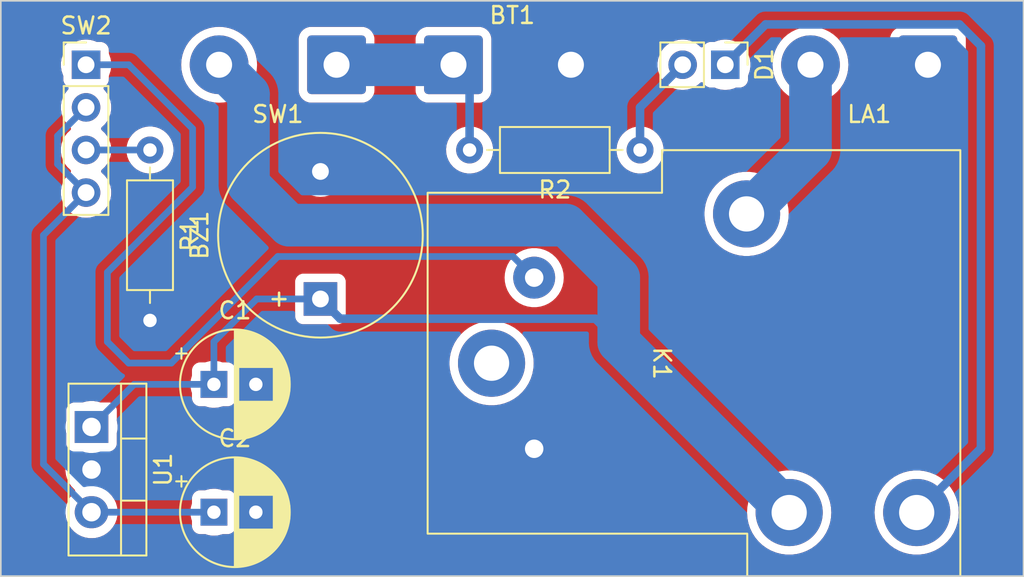
<source format=kicad_pcb>
(kicad_pcb (version 20221018) (generator pcbnew)
  (layers (0 "F.Cu" signal) (31 "B.Cu" signal) (44 "Edge.Cuts" user))
  (net 0 "")
  (net 1 "+BATT")
  (net 2 "GND")
  (net 3 "/VSW")
  (net 4 "+5V")
  (net 5 "/TLED")
  (net 6 "Net-(K1-Pad3)")
  (net 7 "/OUT")
  (net 8 "/ALED")
  (net 9 "/TEST")
  (net 10 "/COIL")
  (footprint "Capacitor_THT:CP_Radial_D6.3mm_P2.50mm" (layer "F.Cu") (at 39.37 48.26)
    (fp_text reference "C1" (at 1.25 -4.4) (layer "F.SilkS"))
    (fp_text value "10uF")
    (fp_line (start -2.250241 -1.839) (end -1.620241 -1.839) (stroke (width 0.12)) (layer "F.SilkS"))
    (fp_line (start -1.935241 -2.154) (end -1.935241 -1.524) (stroke (width 0.12)) (layer "F.SilkS"))
    (fp_line (start 1.25 -3.23) (end 1.25 3.23) (stroke (width 0.12)) (layer "F.SilkS"))
    (fp_line (start 1.29 -3.23) (end 1.29 3.23) (stroke (width 0.12)) (layer "F.SilkS"))
    (fp_line (start 1.33 -3.23) (end 1.33 3.23) (stroke (width 0.12)) (layer "F.SilkS"))
    (fp_line (start 1.37 -3.228) (end 1.37 3.228) (stroke (width 0.12)) (layer "F.SilkS"))
    (fp_line (start 1.41 -3.227) (end 1.41 3.227) (stroke (width 0.12)) (layer "F.SilkS"))
    (fp_line (start 1.45 -3.224) (end 1.45 3.224) (stroke (width 0.12)) (layer "F.SilkS"))
    (fp_line (start 1.49 -3.222) (end 1.49 -1.04) (stroke (width 0.12)) (layer "F.SilkS"))
    (fp_line (start 1.49 1.04) (end 1.49 3.222) (stroke (width 0.12)) (layer "F.SilkS"))
    (fp_line (start 1.53 -3.218) (end 1.53 -1.04) (stroke (width 0.12)) (layer "F.SilkS"))
    (fp_line (start 1.53 1.04) (end 1.53 3.218) (stroke (width 0.12)) (layer "F.SilkS"))
    (fp_line (start 1.57 -3.215) (end 1.57 -1.04) (stroke (width 0.12)) (layer "F.SilkS"))
    (fp_line (start 1.57 1.04) (end 1.57 3.215) (stroke (width 0.12)) (layer "F.SilkS"))
    (fp_line (start 1.61 -3.211) (end 1.61 -1.04) (stroke (width 0.12)) (layer "F.SilkS"))
    (fp_line (start 1.61 1.04) (end 1.61 3.211) (stroke (width 0.12)) (layer "F.SilkS"))
    (fp_line (start 1.65 -3.206) (end 1.65 -1.04) (stroke (width 0.12)) (layer "F.SilkS"))
    (fp_line (start 1.65 1.04) (end 1.65 3.206) (stroke (width 0.12)) (layer "F.SilkS"))
    (fp_line (start 1.69 -3.201) (end 1.69 -1.04) (stroke (width 0.12)) (layer "F.SilkS"))
    (fp_line (start 1.69 1.04) (end 1.69 3.201) (stroke (width 0.12)) (layer "F.SilkS"))
    (fp_line (start 1.73 -3.195) (end 1.73 -1.04) (stroke (width 0.12)) (layer "F.SilkS"))
    (fp_line (start 1.73 1.04) (end 1.73 3.195) (stroke (width 0.12)) (layer "F.SilkS"))
    (fp_line (start 1.77 -3.189) (end 1.77 -1.04) (stroke (width 0.12)) (layer "F.SilkS"))
    (fp_line (start 1.77 1.04) (end 1.77 3.189) (stroke (width 0.12)) (layer "F.SilkS"))
    (fp_line (start 1.81 -3.182) (end 1.81 -1.04) (stroke (width 0.12)) (layer "F.SilkS"))
    (fp_line (start 1.81 1.04) (end 1.81 3.182) (stroke (width 0.12)) (layer "F.SilkS"))
    (fp_line (start 1.85 -3.175) (end 1.85 -1.04) (stroke (width 0.12)) (layer "F.SilkS"))
    (fp_line (start 1.85 1.04) (end 1.85 3.175) (stroke (width 0.12)) (layer "F.SilkS"))
    (fp_line (start 1.89 -3.167) (end 1.89 -1.04) (stroke (width 0.12)) (layer "F.SilkS"))
    (fp_line (start 1.89 1.04) (end 1.89 3.167) (stroke (width 0.12)) (layer "F.SilkS"))
    (fp_line (start 1.93 -3.159) (end 1.93 -1.04) (stroke (width 0.12)) (layer "F.SilkS"))
    (fp_line (start 1.93 1.04) (end 1.93 3.159) (stroke (width 0.12)) (layer "F.SilkS"))
    (fp_line (start 1.971 -3.15) (end 1.971 -1.04) (stroke (width 0.12)) (layer "F.SilkS"))
    (fp_line (start 1.971 1.04) (end 1.971 3.15) (stroke (width 0.12)) (layer "F.SilkS"))
    (fp_line (start 2.011 -3.141) (end 2.011 -1.04) (stroke (width 0.12)) (layer "F.SilkS"))
    (fp_line (start 2.011 1.04) (end 2.011 3.141) (stroke (width 0.12)) (layer "F.SilkS"))
    (fp_line (start 2.051 -3.131) (end 2.051 -1.04) (stroke (width 0.12)) (layer "F.SilkS"))
    (fp_line (start 2.051 1.04) (end 2.051 3.131) (stroke (width 0.12)) (layer "F.SilkS"))
    (fp_line (start 2.091 -3.121) (end 2.091 -1.04) (stroke (width 0.12)) (layer "F.SilkS"))
    (fp_line (start 2.091 1.04) (end 2.091 3.121) (stroke (width 0.12)) (layer "F.SilkS"))
    (fp_line (start 2.131 -3.11) (end 2.131 -1.04) (stroke (width 0.12)) (layer "F.SilkS"))
    (fp_line (start 2.131 1.04) (end 2.131 3.11) (stroke (width 0.12)) (layer "F.SilkS"))
    (fp_line (start 2.171 -3.098) (end 2.171 -1.04) (stroke (width 0.12)) (layer "F.SilkS"))
    (fp_line (start 2.171 1.04) (end 2.171 3.098) (stroke (width 0.12)) (layer "F.SilkS"))
    (fp_line (start 2.211 -3.086) (end 2.211 -1.04) (stroke (width 0.12)) (layer "F.SilkS"))
    (fp_line (start 2.211 1.04) (end 2.211 3.086) (stroke (width 0.12)) (layer "F.SilkS"))
    (fp_line (start 2.251 -3.074) (end 2.251 -1.04) (stroke (width 0.12)) (layer "F.SilkS"))
    (fp_line (start 2.251 1.04) (end 2.251 3.074) (stroke (width 0.12)) (layer "F.SilkS"))
    (fp_line (start 2.291 -3.061) (end 2.291 -1.04) (stroke (width 0.12)) (layer "F.SilkS"))
    (fp_line (start 2.291 1.04) (end 2.291 3.061) (stroke (width 0.12)) (layer "F.SilkS"))
    (fp_line (start 2.331 -3.047) (end 2.331 -1.04) (stroke (width 0.12)) (layer "F.SilkS"))
    (fp_line (start 2.331 1.04) (end 2.331 3.047) (stroke (width 0.12)) (layer "F.SilkS"))
    (fp_line (start 2.371 -3.033) (end 2.371 -1.04) (stroke (width 0.12)) (layer "F.SilkS"))
    (fp_line (start 2.371 1.04) (end 2.371 3.033) (stroke (width 0.12)) (layer "F.SilkS"))
    (fp_line (start 2.411 -3.018) (end 2.411 -1.04) (stroke (width 0.12)) (layer "F.SilkS"))
    (fp_line (start 2.411 1.04) (end 2.411 3.018) (stroke (width 0.12)) (layer "F.SilkS"))
    (fp_line (start 2.451 -3.002) (end 2.451 -1.04) (stroke (width 0.12)) (layer "F.SilkS"))
    (fp_line (start 2.451 1.04) (end 2.451 3.002) (stroke (width 0.12)) (layer "F.SilkS"))
    (fp_line (start 2.491 -2.986) (end 2.491 -1.04) (stroke (width 0.12)) (layer "F.SilkS"))
    (fp_line (start 2.491 1.04) (end 2.491 2.986) (stroke (width 0.12)) (layer "F.SilkS"))
    (fp_line (start 2.531 -2.97) (end 2.531 -1.04) (stroke (width 0.12)) (layer "F.SilkS"))
    (fp_line (start 2.531 1.04) (end 2.531 2.97) (stroke (width 0.12)) (layer "F.SilkS"))
    (fp_line (start 2.571 -2.952) (end 2.571 -1.04) (stroke (width 0.12)) (layer "F.SilkS"))
    (fp_line (start 2.571 1.04) (end 2.571 2.952) (stroke (width 0.12)) (layer "F.SilkS"))
    (fp_line (start 2.611 -2.934) (end 2.611 -1.04) (stroke (width 0.12)) (layer "F.SilkS"))
    (fp_line (start 2.611 1.04) (end 2.611 2.934) (stroke (width 0.12)) (layer "F.SilkS"))
    (fp_line (start 2.651 -2.916) (end 2.651 -1.04) (stroke (width 0.12)) (layer "F.SilkS"))
    (fp_line (start 2.651 1.04) (end 2.651 2.916) (stroke (width 0.12)) (layer "F.SilkS"))
    (fp_line (start 2.691 -2.896) (end 2.691 -1.04) (stroke (width 0.12)) (layer "F.SilkS"))
    (fp_line (start 2.691 1.04) (end 2.691 2.896) (stroke (width 0.12)) (layer "F.SilkS"))
    (fp_line (start 2.731 -2.876) (end 2.731 -1.04) (stroke (width 0.12)) (layer "F.SilkS"))
    (fp_line (start 2.731 1.04) (end 2.731 2.876) (stroke (width 0.12)) (layer "F.SilkS"))
    (fp_line (start 2.771 -2.856) (end 2.771 -1.04) (stroke (width 0.12)) (layer "F.SilkS"))
    (fp_line (start 2.771 1.04) (end 2.771 2.856) (stroke (width 0.12)) (layer "F.SilkS"))
    (fp_line (start 2.811 -2.834) (end 2.811 -1.04) (stroke (width 0.12)) (layer "F.SilkS"))
    (fp_line (start 2.811 1.04) (end 2.811 2.834) (stroke (width 0.12)) (layer "F.SilkS"))
    (fp_line (start 2.851 -2.812) (end 2.851 -1.04) (stroke (width 0.12)) (layer "F.SilkS"))
    (fp_line (start 2.851 1.04) (end 2.851 2.812) (stroke (width 0.12)) (layer "F.SilkS"))
    (fp_line (start 2.891 -2.79) (end 2.891 -1.04) (stroke (width 0.12)) (layer "F.SilkS"))
    (fp_line (start 2.891 1.04) (end 2.891 2.79) (stroke (width 0.12)) (layer "F.SilkS"))
    (fp_line (start 2.931 -2.766) (end 2.931 -1.04) (stroke (width 0.12)) (layer "F.SilkS"))
    (fp_line (start 2.931 1.04) (end 2.931 2.766) (stroke (width 0.12)) (layer "F.SilkS"))
    (fp_line (start 2.971 -2.742) (end 2.971 -1.04) (stroke (width 0.12)) (layer "F.SilkS"))
    (fp_line (start 2.971 1.04) (end 2.971 2.742) (stroke (width 0.12)) (layer "F.SilkS"))
    (fp_line (start 3.011 -2.716) (end 3.011 -1.04) (stroke (width 0.12)) (layer "F.SilkS"))
    (fp_line (start 3.011 1.04) (end 3.011 2.716) (stroke (width 0.12)) (layer "F.SilkS"))
    (fp_line (start 3.051 -2.69) (end 3.051 -1.04) (stroke (width 0.12)) (layer "F.SilkS"))
    (fp_line (start 3.051 1.04) (end 3.051 2.69) (stroke (width 0.12)) (layer "F.SilkS"))
    (fp_line (start 3.091 -2.664) (end 3.091 -1.04) (stroke (width 0.12)) (layer "F.SilkS"))
    (fp_line (start 3.091 1.04) (end 3.091 2.664) (stroke (width 0.12)) (layer "F.SilkS"))
    (fp_line (start 3.131 -2.636) (end 3.131 -1.04) (stroke (width 0.12)) (layer "F.SilkS"))
    (fp_line (start 3.131 1.04) (end 3.131 2.636) (stroke (width 0.12)) (layer "F.SilkS"))
    (fp_line (start 3.171 -2.607) (end 3.171 -1.04) (stroke (width 0.12)) (layer "F.SilkS"))
    (fp_line (start 3.171 1.04) (end 3.171 2.607) (stroke (width 0.12)) (layer "F.SilkS"))
    (fp_line (start 3.211 -2.578) (end 3.211 -1.04) (stroke (width 0.12)) (layer "F.SilkS"))
    (fp_line (start 3.211 1.04) (end 3.211 2.578) (stroke (width 0.12)) (layer "F.SilkS"))
    (fp_line (start 3.251 -2.548) (end 3.251 -1.04) (stroke (width 0.12)) (layer "F.SilkS"))
    (fp_line (start 3.251 1.04) (end 3.251 2.548) (stroke (width 0.12)) (layer "F.SilkS"))
    (fp_line (start 3.291 -2.516) (end 3.291 -1.04) (stroke (width 0.12)) (layer "F.SilkS"))
    (fp_line (start 3.291 1.04) (end 3.291 2.516) (stroke (width 0.12)) (layer "F.SilkS"))
    (fp_line (start 3.331 -2.484) (end 3.331 -1.04) (stroke (width 0.12)) (layer "F.SilkS"))
    (fp_line (start 3.331 1.04) (end 3.331 2.484) (stroke (width 0.12)) (layer "F.SilkS"))
    (fp_line (start 3.371 -2.45) (end 3.371 -1.04) (stroke (width 0.12)) (layer "F.SilkS"))
    (fp_line (start 3.371 1.04) (end 3.371 2.45) (stroke (width 0.12)) (layer "F.SilkS"))
    (fp_line (start 3.411 -2.416) (end 3.411 -1.04) (stroke (width 0.12)) (layer "F.SilkS"))
    (fp_line (start 3.411 1.04) (end 3.411 2.416) (stroke (width 0.12)) (layer "F.SilkS"))
    (fp_line (start 3.451 -2.38) (end 3.451 -1.04) (stroke (width 0.12)) (layer "F.SilkS"))
    (fp_line (start 3.451 1.04) (end 3.451 2.38) (stroke (width 0.12)) (layer "F.SilkS"))
    (fp_line (start 3.491 -2.343) (end 3.491 -1.04) (stroke (width 0.12)) (layer "F.SilkS"))
    (fp_line (start 3.491 1.04) (end 3.491 2.343) (stroke (width 0.12)) (layer "F.SilkS"))
    (fp_line (start 3.531 -2.305) (end 3.531 -1.04) (stroke (width 0.12)) (layer "F.SilkS"))
    (fp_line (start 3.531 1.04) (end 3.531 2.305) (stroke (width 0.12)) (layer "F.SilkS"))
    (fp_line (start 3.571 -2.265) (end 3.571 2.265) (stroke (width 0.12)) (layer "F.SilkS"))
    (fp_line (start 3.611 -2.224) (end 3.611 2.224) (stroke (width 0.12)) (layer "F.SilkS"))
    (fp_line (start 3.651 -2.182) (end 3.651 2.182) (stroke (width 0.12)) (layer "F.SilkS"))
    (fp_line (start 3.691 -2.137) (end 3.691 2.137) (stroke (width 0.12)) (layer "F.SilkS"))
    (fp_line (start 3.731 -2.092) (end 3.731 2.092) (stroke (width 0.12)) (layer "F.SilkS"))
    (fp_line (start 3.771 -2.044) (end 3.771 2.044) (stroke (width 0.12)) (layer "F.SilkS"))
    (fp_line (start 3.811 -1.995) (end 3.811 1.995) (stroke (width 0.12)) (layer "F.SilkS"))
    (fp_line (start 3.851 -1.944) (end 3.851 1.944) (stroke (width 0.12)) (layer "F.SilkS"))
    (fp_line (start 3.891 -1.89) (end 3.891 1.89) (stroke (width 0.12)) (layer "F.SilkS"))
    (fp_line (start 3.931 -1.834) (end 3.931 1.834) (stroke (width 0.12)) (layer "F.SilkS"))
    (fp_line (start 3.971 -1.776) (end 3.971 1.776) (stroke (width 0.12)) (layer "F.SilkS"))
    (fp_line (start 4.011 -1.714) (end 4.011 1.714) (stroke (width 0.12)) (layer "F.SilkS"))
    (fp_line (start 4.051 -1.65) (end 4.051 1.65) (stroke (width 0.12)) (layer "F.SilkS"))
    (fp_line (start 4.091 -1.581) (end 4.091 1.581) (stroke (width 0.12)) (layer "F.SilkS"))
    (fp_line (start 4.131 -1.509) (end 4.131 1.509) (stroke (width 0.12)) (layer "F.SilkS"))
    (fp_line (start 4.171 -1.432) (end 4.171 1.432) (stroke (width 0.12)) (layer "F.SilkS"))
    (fp_line (start 4.211 -1.35) (end 4.211 1.35) (stroke (width 0.12)) (layer "F.SilkS"))
    (fp_line (start 4.251 -1.262) (end 4.251 1.262) (stroke (width 0.12)) (layer "F.SilkS"))
    (fp_line (start 4.291 -1.165) (end 4.291 1.165) (stroke (width 0.12)) (layer "F.SilkS"))
    (fp_line (start 4.331 -1.059) (end 4.331 1.059) (stroke (width 0.12)) (layer "F.SilkS"))
    (fp_line (start 4.371 -0.94) (end 4.371 0.94) (stroke (width 0.12)) (layer "F.SilkS"))
    (fp_line (start 4.411 -0.802) (end 4.411 0.802) (stroke (width 0.12)) (layer "F.SilkS"))
    (fp_line (start 4.451 -0.633) (end 4.451 0.633) (stroke (width 0.12)) (layer "F.SilkS"))
    (fp_line (start 4.491 -0.402) (end 4.491 0.402) (stroke (width 0.12)) (layer "F.SilkS"))
    (fp_circle (center 1.25 0) (end 4.52 0) (stroke (width 0.12)) (fill none) (layer "F.SilkS"))
    (pad "1" thru_hole rect (at 0 0) (size 1.6 1.6) (drill 0.8) (layers "*.Cu" "*.Mask") (net 3 "/VSW"))
    (pad "2" thru_hole circle (at 2.5 0) (size 1.6 1.6) (drill 0.8) (layers "*.Cu" "*.Mask") (net 2 "GND"))
  )
  (footprint "Package_TO_SOT_THT:TO-220-3_Vertical" (layer "F.Cu") (at 32.075 50.8 -90)
    (fp_text reference "U1" (at 2.54 -4.27 90) (layer "F.SilkS"))
    (fp_text value "LM7805_TO220")
    (fp_line (start -2.58 -3.27) (end -2.58 1.371) (stroke (width 0.12)) (layer "F.SilkS"))
    (fp_line (start -2.58 -3.27) (end 7.66 -3.27) (stroke (width 0.12)) (layer "F.SilkS"))
    (fp_line (start -2.58 -1.76) (end 7.66 -1.76) (stroke (width 0.12)) (layer "F.SilkS"))
    (fp_line (start -2.58 1.371) (end 7.66 1.371) (stroke (width 0.12)) (layer "F.SilkS"))
    (fp_line (start 0.69 -3.27) (end 0.69 -1.76) (stroke (width 0.12)) (layer "F.SilkS"))
    (fp_line (start 4.391 -3.27) (end 4.391 -1.76) (stroke (width 0.12)) (layer "F.SilkS"))
    (fp_line (start 7.66 -3.27) (end 7.66 1.371) (stroke (width 0.12)) (layer "F.SilkS"))
    (pad "1" thru_hole rect (at 0 0 270) (size 1.905 2) (drill 1.1) (layers "*.Cu" "*.Mask") (net 3 "/VSW"))
    (pad "2" thru_hole oval (at 2.54 0 270) (size 1.905 2) (drill 1.1) (layers "*.Cu" "*.Mask") (net 2 "GND"))
    (pad "3" thru_hole oval (at 5.08 0 270) (size 1.905 2) (drill 1.1) (layers "*.Cu" "*.Mask") (net 4 "+5V"))
  )
  (footprint "Resistor_THT:R_Axial_DIN0207_L6.3mm_D2.5mm_P10.16mm_Horizontal" (layer "F.Cu") (at 35.56 34.29 -90)
    (fp_text reference "R1" (at 5.08 -2.37 90) (layer "F.SilkS"))
    (fp_text value "220")
    (fp_line (start 1.04 0) (end 1.81 0) (stroke (width 0.12)) (layer "F.SilkS"))
    (fp_line (start 1.81 -1.37) (end 1.81 1.37) (stroke (width 0.12)) (layer "F.SilkS"))
    (fp_line (start 1.81 1.37) (end 8.35 1.37) (stroke (width 0.12)) (layer "F.SilkS"))
    (fp_line (start 8.35 -1.37) (end 1.81 -1.37) (stroke (width 0.12)) (layer "F.SilkS"))
    (fp_line (start 8.35 1.37) (end 8.35 -1.37) (stroke (width 0.12)) (layer "F.SilkS"))
    (fp_line (start 9.12 0) (end 8.35 0) (stroke (width 0.12)) (layer "F.SilkS"))
    (pad "1" thru_hole circle (at 0 0 270) (size 1.6 1.6) (drill 0.8) (layers "*.Cu" "*.Mask") (net 8 "/ALED"))
    (pad "2" thru_hole oval (at 10.16 0 270) (size 1.6 1.6) (drill 0.8) (layers "*.Cu" "*.Mask") (net 2 "GND"))
  )
  (footprint "Connector_PinHeader_2.54mm:PinHeader_1x04_P2.54mm_Vertical" (layer "F.Cu") (at 31.75 29.21)
    (fp_text reference "SW2" (at 0 -2.33) (layer "F.SilkS"))
    (fp_text value "SW_Push_LED")
    (fp_line (start -1.33 -1.33) (end 0 -1.33) (stroke (width 0.12)) (layer "F.SilkS"))
    (fp_line (start -1.33 0) (end -1.33 -1.33) (stroke (width 0.12)) (layer "F.SilkS"))
    (fp_line (start -1.33 1.27) (end -1.33 8.95) (stroke (width 0.12)) (layer "F.SilkS"))
    (fp_line (start -1.33 1.27) (end 1.33 1.27) (stroke (width 0.12)) (layer "F.SilkS"))
    (fp_line (start -1.33 8.95) (end 1.33 8.95) (stroke (width 0.12)) (layer "F.SilkS"))
    (fp_line (start 1.33 1.27) (end 1.33 8.95) (stroke (width 0.12)) (layer "F.SilkS"))
    (pad "1" thru_hole rect (at 0 0) (size 1.7 1.7) (drill 1) (layers "*.Cu" "*.Mask") (net 10 "/COIL"))
    (pad "2" thru_hole oval (at 0 2.54) (size 1.7 1.7) (drill 1) (layers "*.Cu" "*.Mask") (net 4 "+5V"))
    (pad "3" thru_hole oval (at 0 5.08) (size 1.7 1.7) (drill 1) (layers "*.Cu" "*.Mask") (net 8 "/ALED"))
    (pad "4" thru_hole oval (at 0 7.62) (size 1.7 1.7) (drill 1) (layers "*.Cu" "*.Mask") (net 4 "+5V"))
  )
  (footprint "Resistor_THT:R_Axial_DIN0207_L6.3mm_D2.5mm_P10.16mm_Horizontal" (layer "F.Cu") (at 64.77 34.29 180)
    (fp_text reference "R2" (at 5.08 -2.37) (layer "F.SilkS"))
    (fp_text value "510")
    (fp_line (start 1.04 0) (end 1.81 0) (stroke (width 0.12)) (layer "F.SilkS"))
    (fp_line (start 1.81 -1.37) (end 1.81 1.37) (stroke (width 0.12)) (layer "F.SilkS"))
    (fp_line (start 1.81 1.37) (end 8.35 1.37) (stroke (width 0.12)) (layer "F.SilkS"))
    (fp_line (start 8.35 -1.37) (end 1.81 -1.37) (stroke (width 0.12)) (layer "F.SilkS"))
    (fp_line (start 8.35 1.37) (end 8.35 -1.37) (stroke (width 0.12)) (layer "F.SilkS"))
    (fp_line (start 9.12 0) (end 8.35 0) (stroke (width 0.12)) (layer "F.SilkS"))
    (pad "1" thru_hole circle (at 0 0 180) (size 1.6 1.6) (drill 0.8) (layers "*.Cu" "*.Mask") (net 5 "/TLED"))
    (pad "2" thru_hole oval (at 10.16 0 180) (size 1.6 1.6) (drill 0.8) (layers "*.Cu" "*.Mask") (net 1 "+BATT"))
  )
  (footprint "Connector_Wire:SolderWire-0.75sqmm_1x02_P7mm_D1.25mm_OD3.5mm" (layer "F.Cu") (at 53.65 29.21)
    (fp_text reference "BT1" (at 3.5 -2.95) (layer "F.SilkS"))
    (fp_text value "Battery")
    (pad "1" thru_hole roundrect (at 0 0) (size 3.5 3.5) (drill 1.55) (layers "*.Cu" "*.Mask") (roundrect_rratio 0.07142914286) (net 1 "+BATT"))
    (pad "2" thru_hole circle (at 7 0) (size 3.5 3.5) (drill 1.55) (layers "*.Cu" "*.Mask") (net 2 "GND"))
  )
  (footprint "Buzzer_Beeper:Buzzer_12x9.5RM7.6" (layer "F.Cu") (at 45.72 43.17 90)
    (fp_text reference "BZ1" (at 3.8 -7.2 90) (layer "F.SilkS"))
    (fp_text value "Buzzer")
    (fp_text user "+" (at -0.01 -2.54 90) (layer "F.SilkS"))
    (fp_circle (center 3.8 0) (end 9.9 0) (stroke (width 0.12)) (fill none) (layer "F.SilkS"))
    (pad "1" thru_hole rect (at 0 0 90) (size 2 2) (drill 1) (layers "*.Cu" "*.Mask") (net 3 "/VSW"))
    (pad "2" thru_hole circle (at 7.6 0 90) (size 2 2) (drill 1) (layers "*.Cu" "*.Mask") (net 2 "GND"))
  )
  (footprint "Relay_Custom:PR23-xV-900-1C" (layer "F.Cu") (at 55.92 47 -90)
    (fp_text reference "K1" (at 0 -10.16 -90 unlocked) (layer "F.SilkS"))
    (fp_text value "PR23-xV-900-1C")
    (fp_poly (pts (xy -12.7 -10.16) (xy -10.16 -10.16) (xy -10.16 3.81) (xy 10.16 3.81) (xy 10.16 -15.24) (xy 12.7 -15.24) (xy 12.7 -27.94) (xy -12.7 -27.94)) (stroke (width 0.12)) (fill none) (layer "F.SilkS"))
    (pad "1" thru_hole circle (at 5.1 -2.54 270) (size 2.5 2.5) (drill 1.1) (layers "*.Cu" "*.Mask") (net 2 "GND"))
    (pad "2" thru_hole circle (at -5.1 -2.54 270) (size 2.5 2.5) (drill 1.1) (layers "*.Cu" "*.Mask") (net 10 "/COIL"))
    (pad "3" thru_hole circle (at 0 0 270) (size 4 4) (drill 2.1) (layers "*.Cu" "*.Mask") (net 6 "Net-(K1-Pad3)"))
    (pad "4" thru_hole circle (at -8.9 -15.2 270) (size 4 4) (drill 2.1) (layers "*.Cu" "*.Mask") (net 7 "/OUT"))
    (pad "5" thru_hole circle (at 8.9 -25.34 270) (size 4 4) (drill 2.1) (layers "*.Cu" "*.Mask") (net 9 "/TEST"))
    (pad "6" thru_hole circle (at 8.9 -17.74 270) (size 4 4) (drill 2.1) (layers "*.Cu" "*.Mask") (net 3 "/VSW"))
  )
  (footprint "Connector_Wire:SolderWire-0.75sqmm_1x02_P7mm_D1.25mm_OD3.5mm" (layer "F.Cu") (at 81.93 29.21 180)
    (fp_text reference "LA1" (at 3.5 -2.95) (layer "F.SilkS"))
    (fp_text value "Igniter")
    (pad "1" thru_hole roundrect (at 0 0 180) (size 3.5 3.5) (drill 1.55) (layers "*.Cu" "*.Mask") (roundrect_rratio 0.07142914286) (net 2 "GND"))
    (pad "2" thru_hole circle (at 7 0 180) (size 3.5 3.5) (drill 1.55) (layers "*.Cu" "*.Mask") (net 7 "/OUT"))
  )
  (footprint "Connector_Wire:SolderWire-0.75sqmm_1x02_P7mm_D1.25mm_OD3.5mm" (layer "F.Cu") (at 46.68 29.21 180)
    (fp_text reference "SW1" (at 3.5 -2.95) (layer "F.SilkS"))
    (fp_text value "SW_SPST")
    (pad "1" thru_hole roundrect (at 0 0 180) (size 3.5 3.5) (drill 1.55) (layers "*.Cu" "*.Mask") (roundrect_rratio 0.07142914286) (net 1 "+BATT"))
    (pad "2" thru_hole circle (at 7 0 180) (size 3.5 3.5) (drill 1.55) (layers "*.Cu" "*.Mask") (net 3 "/VSW"))
  )
  (footprint "Capacitor_THT:CP_Radial_D6.3mm_P2.50mm" (layer "F.Cu") (at 39.37 55.88)
    (fp_text reference "C2" (at 1.25 -4.4) (layer "F.SilkS"))
    (fp_text value "10uF")
    (fp_line (start -2.250241 -1.839) (end -1.620241 -1.839) (stroke (width 0.12)) (layer "F.SilkS"))
    (fp_line (start -1.935241 -2.154) (end -1.935241 -1.524) (stroke (width 0.12)) (layer "F.SilkS"))
    (fp_line (start 1.25 -3.23) (end 1.25 3.23) (stroke (width 0.12)) (layer "F.SilkS"))
    (fp_line (start 1.29 -3.23) (end 1.29 3.23) (stroke (width 0.12)) (layer "F.SilkS"))
    (fp_line (start 1.33 -3.23) (end 1.33 3.23) (stroke (width 0.12)) (layer "F.SilkS"))
    (fp_line (start 1.37 -3.228) (end 1.37 3.228) (stroke (width 0.12)) (layer "F.SilkS"))
    (fp_line (start 1.41 -3.227) (end 1.41 3.227) (stroke (width 0.12)) (layer "F.SilkS"))
    (fp_line (start 1.45 -3.224) (end 1.45 3.224) (stroke (width 0.12)) (layer "F.SilkS"))
    (fp_line (start 1.49 -3.222) (end 1.49 -1.04) (stroke (width 0.12)) (layer "F.SilkS"))
    (fp_line (start 1.49 1.04) (end 1.49 3.222) (stroke (width 0.12)) (layer "F.SilkS"))
    (fp_line (start 1.53 -3.218) (end 1.53 -1.04) (stroke (width 0.12)) (layer "F.SilkS"))
    (fp_line (start 1.53 1.04) (end 1.53 3.218) (stroke (width 0.12)) (layer "F.SilkS"))
    (fp_line (start 1.57 -3.215) (end 1.57 -1.04) (stroke (width 0.12)) (layer "F.SilkS"))
    (fp_line (start 1.57 1.04) (end 1.57 3.215) (stroke (width 0.12)) (layer "F.SilkS"))
    (fp_line (start 1.61 -3.211) (end 1.61 -1.04) (stroke (width 0.12)) (layer "F.SilkS"))
    (fp_line (start 1.61 1.04) (end 1.61 3.211) (stroke (width 0.12)) (layer "F.SilkS"))
    (fp_line (start 1.65 -3.206) (end 1.65 -1.04) (stroke (width 0.12)) (layer "F.SilkS"))
    (fp_line (start 1.65 1.04) (end 1.65 3.206) (stroke (width 0.12)) (layer "F.SilkS"))
    (fp_line (start 1.69 -3.201) (end 1.69 -1.04) (stroke (width 0.12)) (layer "F.SilkS"))
    (fp_line (start 1.69 1.04) (end 1.69 3.201) (stroke (width 0.12)) (layer "F.SilkS"))
    (fp_line (start 1.73 -3.195) (end 1.73 -1.04) (stroke (width 0.12)) (layer "F.SilkS"))
    (fp_line (start 1.73 1.04) (end 1.73 3.195) (stroke (width 0.12)) (layer "F.SilkS"))
    (fp_line (start 1.77 -3.189) (end 1.77 -1.04) (stroke (width 0.12)) (layer "F.SilkS"))
    (fp_line (start 1.77 1.04) (end 1.77 3.189) (stroke (width 0.12)) (layer "F.SilkS"))
    (fp_line (start 1.81 -3.182) (end 1.81 -1.04) (stroke (width 0.12)) (layer "F.SilkS"))
    (fp_line (start 1.81 1.04) (end 1.81 3.182) (stroke (width 0.12)) (layer "F.SilkS"))
    (fp_line (start 1.85 -3.175) (end 1.85 -1.04) (stroke (width 0.12)) (layer "F.SilkS"))
    (fp_line (start 1.85 1.04) (end 1.85 3.175) (stroke (width 0.12)) (layer "F.SilkS"))
    (fp_line (start 1.89 -3.167) (end 1.89 -1.04) (stroke (width 0.12)) (layer "F.SilkS"))
    (fp_line (start 1.89 1.04) (end 1.89 3.167) (stroke (width 0.12)) (layer "F.SilkS"))
    (fp_line (start 1.93 -3.159) (end 1.93 -1.04) (stroke (width 0.12)) (layer "F.SilkS"))
    (fp_line (start 1.93 1.04) (end 1.93 3.159) (stroke (width 0.12)) (layer "F.SilkS"))
    (fp_line (start 1.971 -3.15) (end 1.971 -1.04) (stroke (width 0.12)) (layer "F.SilkS"))
    (fp_line (start 1.971 1.04) (end 1.971 3.15) (stroke (width 0.12)) (layer "F.SilkS"))
    (fp_line (start 2.011 -3.141) (end 2.011 -1.04) (stroke (width 0.12)) (layer "F.SilkS"))
    (fp_line (start 2.011 1.04) (end 2.011 3.141) (stroke (width 0.12)) (layer "F.SilkS"))
    (fp_line (start 2.051 -3.131) (end 2.051 -1.04) (stroke (width 0.12)) (layer "F.SilkS"))
    (fp_line (start 2.051 1.04) (end 2.051 3.131) (stroke (width 0.12)) (layer "F.SilkS"))
    (fp_line (start 2.091 -3.121) (end 2.091 -1.04) (stroke (width 0.12)) (layer "F.SilkS"))
    (fp_line (start 2.091 1.04) (end 2.091 3.121) (stroke (width 0.12)) (layer "F.SilkS"))
    (fp_line (start 2.131 -3.11) (end 2.131 -1.04) (stroke (width 0.12)) (layer "F.SilkS"))
    (fp_line (start 2.131 1.04) (end 2.131 3.11) (stroke (width 0.12)) (layer "F.SilkS"))
    (fp_line (start 2.171 -3.098) (end 2.171 -1.04) (stroke (width 0.12)) (layer "F.SilkS"))
    (fp_line (start 2.171 1.04) (end 2.171 3.098) (stroke (width 0.12)) (layer "F.SilkS"))
    (fp_line (start 2.211 -3.086) (end 2.211 -1.04) (stroke (width 0.12)) (layer "F.SilkS"))
    (fp_line (start 2.211 1.04) (end 2.211 3.086) (stroke (width 0.12)) (layer "F.SilkS"))
    (fp_line (start 2.251 -3.074) (end 2.251 -1.04) (stroke (width 0.12)) (layer "F.SilkS"))
    (fp_line (start 2.251 1.04) (end 2.251 3.074) (stroke (width 0.12)) (layer "F.SilkS"))
    (fp_line (start 2.291 -3.061) (end 2.291 -1.04) (stroke (width 0.12)) (layer "F.SilkS"))
    (fp_line (start 2.291 1.04) (end 2.291 3.061) (stroke (width 0.12)) (layer "F.SilkS"))
    (fp_line (start 2.331 -3.047) (end 2.331 -1.04) (stroke (width 0.12)) (layer "F.SilkS"))
    (fp_line (start 2.331 1.04) (end 2.331 3.047) (stroke (width 0.12)) (layer "F.SilkS"))
    (fp_line (start 2.371 -3.033) (end 2.371 -1.04) (stroke (width 0.12)) (layer "F.SilkS"))
    (fp_line (start 2.371 1.04) (end 2.371 3.033) (stroke (width 0.12)) (layer "F.SilkS"))
    (fp_line (start 2.411 -3.018) (end 2.411 -1.04) (stroke (width 0.12)) (layer "F.SilkS"))
    (fp_line (start 2.411 1.04) (end 2.411 3.018) (stroke (width 0.12)) (layer "F.SilkS"))
    (fp_line (start 2.451 -3.002) (end 2.451 -1.04) (stroke (width 0.12)) (layer "F.SilkS"))
    (fp_line (start 2.451 1.04) (end 2.451 3.002) (stroke (width 0.12)) (layer "F.SilkS"))
    (fp_line (start 2.491 -2.986) (end 2.491 -1.04) (stroke (width 0.12)) (layer "F.SilkS"))
    (fp_line (start 2.491 1.04) (end 2.491 2.986) (stroke (width 0.12)) (layer "F.SilkS"))
    (fp_line (start 2.531 -2.97) (end 2.531 -1.04) (stroke (width 0.12)) (layer "F.SilkS"))
    (fp_line (start 2.531 1.04) (end 2.531 2.97) (stroke (width 0.12)) (layer "F.SilkS"))
    (fp_line (start 2.571 -2.952) (end 2.571 -1.04) (stroke (width 0.12)) (layer "F.SilkS"))
    (fp_line (start 2.571 1.04) (end 2.571 2.952) (stroke (width 0.12)) (layer "F.SilkS"))
    (fp_line (start 2.611 -2.934) (end 2.611 -1.04) (stroke (width 0.12)) (layer "F.SilkS"))
    (fp_line (start 2.611 1.04) (end 2.611 2.934) (stroke (width 0.12)) (layer "F.SilkS"))
    (fp_line (start 2.651 -2.916) (end 2.651 -1.04) (stroke (width 0.12)) (layer "F.SilkS"))
    (fp_line (start 2.651 1.04) (end 2.651 2.916) (stroke (width 0.12)) (layer "F.SilkS"))
    (fp_line (start 2.691 -2.896) (end 2.691 -1.04) (stroke (width 0.12)) (layer "F.SilkS"))
    (fp_line (start 2.691 1.04) (end 2.691 2.896) (stroke (width 0.12)) (layer "F.SilkS"))
    (fp_line (start 2.731 -2.876) (end 2.731 -1.04) (stroke (width 0.12)) (layer "F.SilkS"))
    (fp_line (start 2.731 1.04) (end 2.731 2.876) (stroke (width 0.12)) (layer "F.SilkS"))
    (fp_line (start 2.771 -2.856) (end 2.771 -1.04) (stroke (width 0.12)) (layer "F.SilkS"))
    (fp_line (start 2.771 1.04) (end 2.771 2.856) (stroke (width 0.12)) (layer "F.SilkS"))
    (fp_line (start 2.811 -2.834) (end 2.811 -1.04) (stroke (width 0.12)) (layer "F.SilkS"))
    (fp_line (start 2.811 1.04) (end 2.811 2.834) (stroke (width 0.12)) (layer "F.SilkS"))
    (fp_line (start 2.851 -2.812) (end 2.851 -1.04) (stroke (width 0.12)) (layer "F.SilkS"))
    (fp_line (start 2.851 1.04) (end 2.851 2.812) (stroke (width 0.12)) (layer "F.SilkS"))
    (fp_line (start 2.891 -2.79) (end 2.891 -1.04) (stroke (width 0.12)) (layer "F.SilkS"))
    (fp_line (start 2.891 1.04) (end 2.891 2.79) (stroke (width 0.12)) (layer "F.SilkS"))
    (fp_line (start 2.931 -2.766) (end 2.931 -1.04) (stroke (width 0.12)) (layer "F.SilkS"))
    (fp_line (start 2.931 1.04) (end 2.931 2.766) (stroke (width 0.12)) (layer "F.SilkS"))
    (fp_line (start 2.971 -2.742) (end 2.971 -1.04) (stroke (width 0.12)) (layer "F.SilkS"))
    (fp_line (start 2.971 1.04) (end 2.971 2.742) (stroke (width 0.12)) (layer "F.SilkS"))
    (fp_line (start 3.011 -2.716) (end 3.011 -1.04) (stroke (width 0.12)) (layer "F.SilkS"))
    (fp_line (start 3.011 1.04) (end 3.011 2.716) (stroke (width 0.12)) (layer "F.SilkS"))
    (fp_line (start 3.051 -2.69) (end 3.051 -1.04) (stroke (width 0.12)) (layer "F.SilkS"))
    (fp_line (start 3.051 1.04) (end 3.051 2.69) (stroke (width 0.12)) (layer "F.SilkS"))
    (fp_line (start 3.091 -2.664) (end 3.091 -1.04) (stroke (width 0.12)) (layer "F.SilkS"))
    (fp_line (start 3.091 1.04) (end 3.091 2.664) (stroke (width 0.12)) (layer "F.SilkS"))
    (fp_line (start 3.131 -2.636) (end 3.131 -1.04) (stroke (width 0.12)) (layer "F.SilkS"))
    (fp_line (start 3.131 1.04) (end 3.131 2.636) (stroke (width 0.12)) (layer "F.SilkS"))
    (fp_line (start 3.171 -2.607) (end 3.171 -1.04) (stroke (width 0.12)) (layer "F.SilkS"))
    (fp_line (start 3.171 1.04) (end 3.171 2.607) (stroke (width 0.12)) (layer "F.SilkS"))
    (fp_line (start 3.211 -2.578) (end 3.211 -1.04) (stroke (width 0.12)) (layer "F.SilkS"))
    (fp_line (start 3.211 1.04) (end 3.211 2.578) (stroke (width 0.12)) (layer "F.SilkS"))
    (fp_line (start 3.251 -2.548) (end 3.251 -1.04) (stroke (width 0.12)) (layer "F.SilkS"))
    (fp_line (start 3.251 1.04) (end 3.251 2.548) (stroke (width 0.12)) (layer "F.SilkS"))
    (fp_line (start 3.291 -2.516) (end 3.291 -1.04) (stroke (width 0.12)) (layer "F.SilkS"))
    (fp_line (start 3.291 1.04) (end 3.291 2.516) (stroke (width 0.12)) (layer "F.SilkS"))
    (fp_line (start 3.331 -2.484) (end 3.331 -1.04) (stroke (width 0.12)) (layer "F.SilkS"))
    (fp_line (start 3.331 1.04) (end 3.331 2.484) (stroke (width 0.12)) (layer "F.SilkS"))
    (fp_line (start 3.371 -2.45) (end 3.371 -1.04) (stroke (width 0.12)) (layer "F.SilkS"))
    (fp_line (start 3.371 1.04) (end 3.371 2.45) (stroke (width 0.12)) (layer "F.SilkS"))
    (fp_line (start 3.411 -2.416) (end 3.411 -1.04) (stroke (width 0.12)) (layer "F.SilkS"))
    (fp_line (start 3.411 1.04) (end 3.411 2.416) (stroke (width 0.12)) (layer "F.SilkS"))
    (fp_line (start 3.451 -2.38) (end 3.451 -1.04) (stroke (width 0.12)) (layer "F.SilkS"))
    (fp_line (start 3.451 1.04) (end 3.451 2.38) (stroke (width 0.12)) (layer "F.SilkS"))
    (fp_line (start 3.491 -2.343) (end 3.491 -1.04) (stroke (width 0.12)) (layer "F.SilkS"))
    (fp_line (start 3.491 1.04) (end 3.491 2.343) (stroke (width 0.12)) (layer "F.SilkS"))
    (fp_line (start 3.531 -2.305) (end 3.531 -1.04) (stroke (width 0.12)) (layer "F.SilkS"))
    (fp_line (start 3.531 1.04) (end 3.531 2.305) (stroke (width 0.12)) (layer "F.SilkS"))
    (fp_line (start 3.571 -2.265) (end 3.571 2.265) (stroke (width 0.12)) (layer "F.SilkS"))
    (fp_line (start 3.611 -2.224) (end 3.611 2.224) (stroke (width 0.12)) (layer "F.SilkS"))
    (fp_line (start 3.651 -2.182) (end 3.651 2.182) (stroke (width 0.12)) (layer "F.SilkS"))
    (fp_line (start 3.691 -2.137) (end 3.691 2.137) (stroke (width 0.12)) (layer "F.SilkS"))
    (fp_line (start 3.731 -2.092) (end 3.731 2.092) (stroke (width 0.12)) (layer "F.SilkS"))
    (fp_line (start 3.771 -2.044) (end 3.771 2.044) (stroke (width 0.12)) (layer "F.SilkS"))
    (fp_line (start 3.811 -1.995) (end 3.811 1.995) (stroke (width 0.12)) (layer "F.SilkS"))
    (fp_line (start 3.851 -1.944) (end 3.851 1.944) (stroke (width 0.12)) (layer "F.SilkS"))
    (fp_line (start 3.891 -1.89) (end 3.891 1.89) (stroke (width 0.12)) (layer "F.SilkS"))
    (fp_line (start 3.931 -1.834) (end 3.931 1.834) (stroke (width 0.12)) (layer "F.SilkS"))
    (fp_line (start 3.971 -1.776) (end 3.971 1.776) (stroke (width 0.12)) (layer "F.SilkS"))
    (fp_line (start 4.011 -1.714) (end 4.011 1.714) (stroke (width 0.12)) (layer "F.SilkS"))
    (fp_line (start 4.051 -1.65) (end 4.051 1.65) (stroke (width 0.12)) (layer "F.SilkS"))
    (fp_line (start 4.091 -1.581) (end 4.091 1.581) (stroke (width 0.12)) (layer "F.SilkS"))
    (fp_line (start 4.131 -1.509) (end 4.131 1.509) (stroke (width 0.12)) (layer "F.SilkS"))
    (fp_line (start 4.171 -1.432) (end 4.171 1.432) (stroke (width 0.12)) (layer "F.SilkS"))
    (fp_line (start 4.211 -1.35) (end 4.211 1.35) (stroke (width 0.12)) (layer "F.SilkS"))
    (fp_line (start 4.251 -1.262) (end 4.251 1.262) (stroke (width 0.12)) (layer "F.SilkS"))
    (fp_line (start 4.291 -1.165) (end 4.291 1.165) (stroke (width 0.12)) (layer "F.SilkS"))
    (fp_line (start 4.331 -1.059) (end 4.331 1.059) (stroke (width 0.12)) (layer "F.SilkS"))
    (fp_line (start 4.371 -0.94) (end 4.371 0.94) (stroke (width 0.12)) (layer "F.SilkS"))
    (fp_line (start 4.411 -0.802) (end 4.411 0.802) (stroke (width 0.12)) (layer "F.SilkS"))
    (fp_line (start 4.451 -0.633) (end 4.451 0.633) (stroke (width 0.12)) (layer "F.SilkS"))
    (fp_line (start 4.491 -0.402) (end 4.491 0.402) (stroke (width 0.12)) (layer "F.SilkS"))
    (fp_circle (center 1.25 0) (end 4.52 0) (stroke (width 0.12)) (fill none) (layer "F.SilkS"))
    (pad "1" thru_hole rect (at 0 0) (size 1.6 1.6) (drill 0.8) (layers "*.Cu" "*.Mask") (net 4 "+5V"))
    (pad "2" thru_hole circle (at 2.5 0) (size 1.6 1.6) (drill 0.8) (layers "*.Cu" "*.Mask") (net 2 "GND"))
  )
  (footprint "Connector_PinHeader_2.54mm:PinHeader_1x02_P2.54mm_Vertical" (layer "F.Cu") (at 69.85 29.21 -90)
    (fp_text reference "D1" (at 0 -2.33 90) (layer "F.SilkS"))
    (fp_text value "Orange")
    (fp_line (start -1.33 -1.33) (end 0 -1.33) (stroke (width 0.12)) (layer "F.SilkS"))
    (fp_line (start -1.33 0) (end -1.33 -1.33) (stroke (width 0.12)) (layer "F.SilkS"))
    (fp_line (start -1.33 1.27) (end -1.33 3.87) (stroke (width 0.12)) (layer "F.SilkS"))
    (fp_line (start -1.33 1.27) (end 1.33 1.27) (stroke (width 0.12)) (layer "F.SilkS"))
    (fp_line (start -1.33 3.87) (end 1.33 3.87) (stroke (width 0.12)) (layer "F.SilkS"))
    (fp_line (start 1.33 1.27) (end 1.33 3.87) (stroke (width 0.12)) (layer "F.SilkS"))
    (pad "1" thru_hole rect (at 0 0 270) (size 1.7 1.7) (drill 1) (layers "*.Cu" "*.Mask") (net 9 "/TEST"))
    (pad "2" thru_hole oval (at 0 2.54 270) (size 1.7 1.7) (drill 1) (layers "*.Cu" "*.Mask") (net 5 "/TLED"))
  )
  (gr_rect (start 26.67 25.4) (end 87.63 59.69) (stroke (width 0.1)) (fill none) (layer "Edge.Cuts"))
  (segment (start 46.68 29.21) (end 53.65 29.21) (width 2.54) (layer "B.Cu") (net 1))
  (segment (start 54.61 30.17) (end 53.65 29.21) (width 0.508) (layer "B.Cu") (net 1))
  (segment (start 53.65 29.52) (end 53.65 29.21) (width 0.508) (layer "B.Cu") (net 1))
  (segment (start 54.61 34.29) (end 54.61 30.17) (width 0.508) (layer "B.Cu") (net 1))
  (segment (start 45.72 43.17) (end 46.896 44.346) (width 0.508) (layer "B.Cu") (net 3))
  (segment (start 63.5 41.91) (end 63.5 45.74) (width 2.54) (layer "B.Cu") (net 3))
  (segment (start 63.5 45.74) (end 73.66 55.9) (width 2.54) (layer "B.Cu") (net 3))
  (segment (start 60.36 38.77) (end 63.5 41.91) (width 2.54) (layer "B.Cu") (net 3))
  (segment (start 41.429999 36.349999) (end 43.85 38.77) (width 2.54) (layer "B.Cu") (net 3))
  (segment (start 39.68 29.21) (end 41.429999 30.959999) (width 2.54) (layer "B.Cu") (net 3))
  (segment (start 34.615 48.26) (end 32.075 50.8) (width 0.4) (layer "B.Cu") (net 3))
  (segment (start 39.37 45.72) (end 41.92 43.17) (width 0.4) (layer "B.Cu") (net 3))
  (segment (start 41.92 43.17) (end 45.72 43.17) (width 0.4) (layer "B.Cu") (net 3))
  (segment (start 39.37 48.26) (end 34.615 48.26) (width 0.4) (layer "B.Cu") (net 3))
  (segment (start 62.106 44.346) (end 63.5 45.74) (width 0.508) (layer "B.Cu") (net 3))
  (segment (start 39.37 48.26) (end 39.37 45.72) (width 0.4) (layer "B.Cu") (net 3))
  (segment (start 43.85 38.77) (end 60.36 38.77) (width 2.54) (layer "B.Cu") (net 3))
  (segment (start 46.896 44.346) (end 62.106 44.346) (width 0.508) (layer "B.Cu") (net 3))
  (segment (start 41.429999 30.959999) (end 41.429999 36.349999) (width 2.54) (layer "B.Cu") (net 3))
  (segment (start 30.05 33.45) (end 30.05 35.13) (width 0.4) (layer "B.Cu") (net 4))
  (segment (start 31.75 36.83) (end 29.21 39.37) (width 0.4) (layer "B.Cu") (net 4))
  (segment (start 39.37 55.88) (end 32.075 55.88) (width 0.4) (layer "B.Cu") (net 4))
  (segment (start 30.05 35.13) (end 31.75 36.83) (width 0.4) (layer "B.Cu") (net 4))
  (segment (start 29.21 39.37) (end 29.21 53.015) (width 0.4) (layer "B.Cu") (net 4))
  (segment (start 31.75 31.75) (end 30.05 33.45) (width 0.4) (layer "B.Cu") (net 4))
  (segment (start 29.21 53.015) (end 32.075 55.88) (width 0.4) (layer "B.Cu") (net 4))
  (segment (start 64.77 31.75) (end 67.31 29.21) (width 0.508) (layer "B.Cu") (net 5))
  (segment (start 64.77 34.29) (end 64.77 31.75) (width 0.508) (layer "B.Cu") (net 5))
  (segment (start 74.93 34.29) (end 74.93 29.21) (width 2.54) (layer "B.Cu") (net 7))
  (segment (start 71.12 38.1) (end 74.93 34.29) (width 2.54) (layer "B.Cu") (net 7))
  (segment (start 31.75 34.29) (end 35.56 34.29) (width 0.4) (layer "B.Cu") (net 8))
  (segment (start 69.85 29.21) (end 72.254 26.806) (width 0.508) (layer "B.Cu") (net 9))
  (segment (start 83.811376 26.806) (end 85.09 28.084624) (width 0.508) (layer "B.Cu") (net 9))
  (segment (start 72.254 26.806) (end 83.811376 26.806) (width 0.508) (layer "B.Cu") (net 9))
  (segment (start 85.09 28.084624) (end 85.09 52.07) (width 0.508) (layer "B.Cu") (net 9))
  (segment (start 85.09 52.07) (end 81.26 55.9) (width 0.508) (layer "B.Cu") (net 9))
  (segment (start 38.1 33.02) (end 34.29 29.21) (width 0.4) (layer "B.Cu") (net 10))
  (segment (start 38.1 36.5) (end 38.1 33.02) (width 0.4) (layer "B.Cu") (net 10))
  (segment (start 58.46 41.9) (end 57.2 40.64) (width 0.4) (layer "B.Cu") (net 10))
  (segment (start 43.18 40.64) (end 36.83 46.99) (width 0.4) (layer "B.Cu") (net 10))
  (segment (start 34.29 46.99) (end 33.02 45.72) (width 0.4) (layer "B.Cu") (net 10))
  (segment (start 36.83 46.99) (end 34.29 46.99) (width 0.4) (layer "B.Cu") (net 10))
  (segment (start 33.02 45.72) (end 33.02 41.58) (width 0.4) (layer "B.Cu") (net 10))
  (segment (start 57.2 40.64) (end 43.18 40.64) (width 0.4) (layer "B.Cu") (net 10))
  (segment (start 34.29 29.21) (end 31.75 29.21) (width 0.4) (layer "B.Cu") (net 10))
  (segment (start 33.02 41.58) (end 38.1 36.5) (width 0.4) (layer "B.Cu") (net 10))
  (zone (net 0) (net_name "") (layer "F.Cu") (connect_pads (clearance 0.508)) (min_thickness 0.254) (fill yes (thermal_gap 0.508) (thermal_bridge_width 0.508))
    (polygon (pts (xy 87.63 59.69) (xy 26.67 59.69) (xy 26.67 25.4) (xy 87.63 25.4)))
  )
  (zone (net 2) (net_name "GND") (layer "B.Cu") (connect_pads yes (clearance 0.508)) (min_thickness 0.254) (fill yes (thermal_gap 0.508) (thermal_bridge_width 0.508))
    (polygon (pts (xy 87.63 59.69) (xy 26.67 59.69) (xy 26.67 25.4) (xy 87.63 25.4)))
  )
)
</source>
